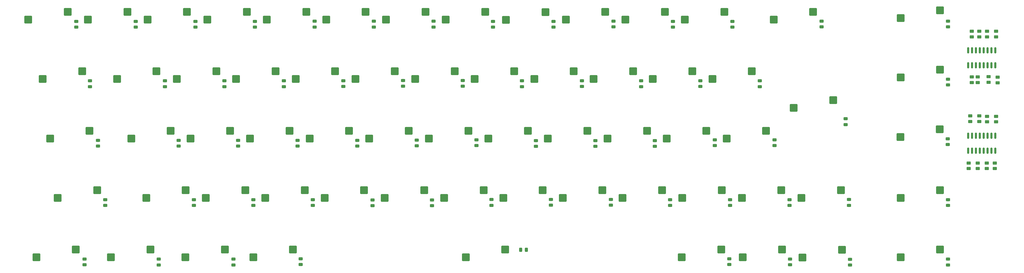
<source format=gbr>
%TF.GenerationSoftware,KiCad,Pcbnew,9.0.3*%
%TF.CreationDate,2025-09-09T09:23:43+09:00*%
%TF.ProjectId,Frekeys,4672656b-6579-4732-9e6b-696361645f70,rev?*%
%TF.SameCoordinates,Original*%
%TF.FileFunction,Paste,Bot*%
%TF.FilePolarity,Positive*%
%FSLAX46Y46*%
G04 Gerber Fmt 4.6, Leading zero omitted, Abs format (unit mm)*
G04 Created by KiCad (PCBNEW 9.0.3) date 2025-09-09 09:23:43*
%MOMM*%
%LPD*%
G01*
G04 APERTURE LIST*
G04 Aperture macros list*
%AMRoundRect*
0 Rectangle with rounded corners*
0 $1 Rounding radius*
0 $2 $3 $4 $5 $6 $7 $8 $9 X,Y pos of 4 corners*
0 Add a 4 corners polygon primitive as box body*
4,1,4,$2,$3,$4,$5,$6,$7,$8,$9,$2,$3,0*
0 Add four circle primitives for the rounded corners*
1,1,$1+$1,$2,$3*
1,1,$1+$1,$4,$5*
1,1,$1+$1,$6,$7*
1,1,$1+$1,$8,$9*
0 Add four rect primitives between the rounded corners*
20,1,$1+$1,$2,$3,$4,$5,0*
20,1,$1+$1,$4,$5,$6,$7,0*
20,1,$1+$1,$6,$7,$8,$9,0*
20,1,$1+$1,$8,$9,$2,$3,0*%
G04 Aperture macros list end*
%ADD10RoundRect,0.250000X-1.025000X-1.000000X1.025000X-1.000000X1.025000X1.000000X-1.025000X1.000000X0*%
%ADD11RoundRect,0.243750X0.456250X-0.243750X0.456250X0.243750X-0.456250X0.243750X-0.456250X-0.243750X0*%
%ADD12RoundRect,0.250000X0.450000X-0.262500X0.450000X0.262500X-0.450000X0.262500X-0.450000X-0.262500X0*%
%ADD13RoundRect,0.250000X-0.450000X0.262500X-0.450000X-0.262500X0.450000X-0.262500X0.450000X0.262500X0*%
%ADD14RoundRect,0.150000X-0.150000X0.825000X-0.150000X-0.825000X0.150000X-0.825000X0.150000X0.825000X0*%
%ADD15RoundRect,0.243750X-0.243750X-0.456250X0.243750X-0.456250X0.243750X0.456250X-0.243750X0.456250X0*%
G04 APERTURE END LIST*
D10*
%TO.C,SW65*%
X313400000Y-31500000D03*
X326327000Y-28960000D03*
%TD*%
%TO.C,SW21*%
X85860000Y-90500000D03*
X98787000Y-87960000D03*
%TD*%
%TO.C,SW8*%
X236860000Y-71000000D03*
X249787000Y-68460000D03*
%TD*%
%TO.C,SW58*%
X164440000Y-32000000D03*
X177367000Y-29460000D03*
%TD*%
%TO.C,SW12*%
X61440000Y-71000000D03*
X74367000Y-68460000D03*
%TD*%
%TO.C,SW18*%
X66780000Y-32000000D03*
X79707000Y-29460000D03*
%TD*%
%TO.C,SW22*%
X79195000Y-110000000D03*
X92122000Y-107460000D03*
%TD*%
%TO.C,SW64*%
X278415000Y-60960000D03*
X291342000Y-58420000D03*
%TD*%
%TO.C,SW39*%
X203780000Y-32000000D03*
X216707000Y-29460000D03*
%TD*%
%TO.C,SW40*%
X212860000Y-51500000D03*
X225787000Y-48960000D03*
%TD*%
%TO.C,SW32*%
X217415000Y-71062500D03*
X230342000Y-68522500D03*
%TD*%
%TO.C,SW9*%
X256445000Y-71040000D03*
X269372000Y-68500000D03*
%TD*%
%TO.C,SW19*%
X76360000Y-51500000D03*
X89287000Y-48960000D03*
%TD*%
%TO.C,SW49*%
X313320000Y-70500000D03*
X326247000Y-67960000D03*
%TD*%
%TO.C,SW13*%
X66360000Y-90500000D03*
X79287000Y-87960000D03*
%TD*%
%TO.C,SW11*%
X56780000Y-51500000D03*
X69707000Y-48960000D03*
%TD*%
%TO.C,SW54*%
X261670000Y-110000000D03*
X274597000Y-107460000D03*
%TD*%
%TO.C,SW29*%
X105360000Y-90500000D03*
X118287000Y-87960000D03*
%TD*%
%TO.C,SW59*%
X173940000Y-51500000D03*
X186867000Y-48960000D03*
%TD*%
%TO.C,SW53*%
X163940000Y-90500000D03*
X176867000Y-87960000D03*
%TD*%
%TO.C,SW17*%
X261440000Y-90500000D03*
X274367000Y-87960000D03*
%TD*%
%TO.C,SW25*%
X280940000Y-90500000D03*
X293867000Y-87960000D03*
%TD*%
%TO.C,SW63*%
X271835000Y-31960000D03*
X284762000Y-29420000D03*
%TD*%
%TO.C,SW34*%
X105860000Y-32000000D03*
X118787000Y-29460000D03*
%TD*%
%TO.C,SW2*%
X27725000Y-32000000D03*
X40652000Y-29460000D03*
%TD*%
%TO.C,SW52*%
X158940000Y-71000000D03*
X171867000Y-68460000D03*
%TD*%
%TO.C,SW7*%
X202780000Y-90500000D03*
X215707000Y-87960000D03*
%TD*%
%TO.C,SW42*%
X125280000Y-32000000D03*
X138207000Y-29460000D03*
%TD*%
%TO.C,SW24*%
X222360000Y-90500000D03*
X235287000Y-87960000D03*
%TD*%
%TO.C,SW43*%
X134860000Y-51500000D03*
X147787000Y-48960000D03*
%TD*%
%TO.C,SW61*%
X183280000Y-90500000D03*
X196207000Y-87960000D03*
%TD*%
%TO.C,SW6*%
X30360000Y-110000000D03*
X43287000Y-107460000D03*
%TD*%
%TO.C,SW20*%
X80860000Y-71000000D03*
X93787000Y-68460000D03*
%TD*%
%TO.C,SW44*%
X139360000Y-71000000D03*
X152287000Y-68460000D03*
%TD*%
%TO.C,SW3*%
X32440000Y-51500000D03*
X45367000Y-48960000D03*
%TD*%
%TO.C,SW50*%
X144860000Y-32000000D03*
X157787000Y-29460000D03*
%TD*%
%TO.C,SW23*%
X193440000Y-51500000D03*
X206367000Y-48960000D03*
%TD*%
%TO.C,SW55*%
X242780000Y-32000000D03*
X255707000Y-29460000D03*
%TD*%
%TO.C,SW47*%
X223280000Y-32000000D03*
X236207000Y-29460000D03*
%TD*%
%TO.C,SW38*%
X171000000Y-110000000D03*
X183927000Y-107460000D03*
%TD*%
%TO.C,SW36*%
X119860000Y-71000000D03*
X132787000Y-68460000D03*
%TD*%
%TO.C,SW30*%
X101440000Y-110000000D03*
X114367000Y-107460000D03*
%TD*%
%TO.C,SW26*%
X86360000Y-32000000D03*
X99287000Y-29460000D03*
%TD*%
%TO.C,SW10*%
X47280000Y-32000000D03*
X60207000Y-29460000D03*
%TD*%
%TO.C,SW60*%
X178440000Y-71000000D03*
X191367000Y-68460000D03*
%TD*%
%TO.C,SW35*%
X115280000Y-51500000D03*
X128207000Y-48960000D03*
%TD*%
%TO.C,SW27*%
X95780000Y-51500000D03*
X108707000Y-48960000D03*
%TD*%
%TO.C,SW51*%
X154440000Y-51500000D03*
X167367000Y-48960000D03*
%TD*%
%TO.C,SW16*%
X241940000Y-90500000D03*
X254867000Y-87960000D03*
%TD*%
%TO.C,SW14*%
X54780000Y-110000000D03*
X67707000Y-107460000D03*
%TD*%
%TO.C,SW41*%
X313400000Y-90500000D03*
X326327000Y-87960000D03*
%TD*%
%TO.C,SW33*%
X313400000Y-110000000D03*
X326327000Y-107460000D03*
%TD*%
%TO.C,SW56*%
X251780000Y-51500000D03*
X264707000Y-48960000D03*
%TD*%
%TO.C,SW48*%
X232280000Y-51500000D03*
X245207000Y-48960000D03*
%TD*%
%TO.C,SW5*%
X37335000Y-90460000D03*
X50262000Y-87920000D03*
%TD*%
%TO.C,SW57*%
X313400000Y-51000000D03*
X326327000Y-48460000D03*
%TD*%
%TO.C,SW31*%
X184170000Y-32040000D03*
X197097000Y-29500000D03*
%TD*%
%TO.C,SW45*%
X144440000Y-90500000D03*
X157367000Y-87960000D03*
%TD*%
%TO.C,SW15*%
X197860000Y-71040000D03*
X210787000Y-68500000D03*
%TD*%
%TO.C,SW28*%
X100360000Y-71000000D03*
X113287000Y-68460000D03*
%TD*%
%TO.C,SW46*%
X241750000Y-110000000D03*
X254677000Y-107460000D03*
%TD*%
%TO.C,SW4*%
X34860000Y-71000000D03*
X47787000Y-68460000D03*
%TD*%
%TO.C,SW62*%
X281255000Y-110040000D03*
X294182000Y-107500000D03*
%TD*%
%TO.C,SW37*%
X124780000Y-90500000D03*
X137707000Y-87960000D03*
%TD*%
D11*
%TO.C,D41*%
X140865000Y-34415000D03*
X140865000Y-32540000D03*
%TD*%
%TO.C,D25*%
X101945000Y-34477500D03*
X101945000Y-32602500D03*
%TD*%
D12*
%TO.C,R13*%
X339195000Y-65442500D03*
X339195000Y-63617500D03*
%TD*%
D11*
%TO.C,D22*%
X209025000Y-53947500D03*
X209025000Y-52072500D03*
%TD*%
%TO.C,D53*%
X277200000Y-112437500D03*
X277200000Y-110562500D03*
%TD*%
D13*
%TO.C,R5*%
X344245000Y-79030000D03*
X344245000Y-80855000D03*
%TD*%
D12*
%TO.C,R15*%
X341695000Y-37637500D03*
X341695000Y-35812500D03*
%TD*%
D11*
%TO.C,D5*%
X46160000Y-112450000D03*
X46160000Y-110575000D03*
%TD*%
D13*
%TO.C,R8*%
X338645000Y-79030000D03*
X338645000Y-80855000D03*
%TD*%
%TO.C,R18*%
X336695000Y-50812500D03*
X336695000Y-52637500D03*
%TD*%
D11*
%TO.C,D54*%
X258365000Y-34477500D03*
X258365000Y-32602500D03*
%TD*%
%TO.C,D47*%
X247810000Y-53915000D03*
X247810000Y-52040000D03*
%TD*%
%TO.C,D64*%
X328970000Y-34375000D03*
X328970000Y-32500000D03*
%TD*%
%TO.C,D43*%
X154930000Y-73397500D03*
X154930000Y-71522500D03*
%TD*%
%TO.C,D8*%
X272165000Y-73340000D03*
X272165000Y-71465000D03*
%TD*%
D12*
%TO.C,R14*%
X339195000Y-37637500D03*
X339195000Y-35812500D03*
%TD*%
D11*
%TO.C,D36*%
X140445000Y-93040000D03*
X140445000Y-91165000D03*
%TD*%
%TO.C,D17*%
X82445000Y-34477500D03*
X82445000Y-32602500D03*
%TD*%
%TO.C,D39*%
X228430000Y-53977500D03*
X228430000Y-52102500D03*
%TD*%
%TO.C,D21*%
X94945000Y-112477500D03*
X94945000Y-110602500D03*
%TD*%
%TO.C,D60*%
X198850000Y-92875000D03*
X198850000Y-91000000D03*
%TD*%
D13*
%TO.C,R19*%
X338695000Y-50812500D03*
X338695000Y-52637500D03*
%TD*%
D12*
%TO.C,R9*%
X341695000Y-65530000D03*
X341695000Y-63705000D03*
%TD*%
D11*
%TO.C,D11*%
X76945000Y-73477500D03*
X76945000Y-71602500D03*
%TD*%
%TO.C,D46*%
X238810000Y-34447500D03*
X238810000Y-32572500D03*
%TD*%
%TO.C,D23*%
X237945000Y-92977500D03*
X237945000Y-91102500D03*
%TD*%
%TO.C,D48*%
X328850000Y-72977500D03*
X328850000Y-71102500D03*
%TD*%
%TO.C,D33*%
X121485000Y-34415000D03*
X121485000Y-32540000D03*
%TD*%
%TO.C,D28*%
X120945000Y-92977500D03*
X120945000Y-91102500D03*
%TD*%
%TO.C,D50*%
X170025000Y-53875000D03*
X170025000Y-52000000D03*
%TD*%
%TO.C,D42*%
X150445000Y-53875000D03*
X150445000Y-52000000D03*
%TD*%
%TO.C,D35*%
X135445000Y-73477500D03*
X135445000Y-71602500D03*
%TD*%
D12*
%TO.C,R6*%
X336195000Y-65442500D03*
X336195000Y-63617500D03*
%TD*%
D11*
%TO.C,D13*%
X70445000Y-112477500D03*
X70445000Y-110602500D03*
%TD*%
%TO.C,D27*%
X115945000Y-73477500D03*
X115945000Y-71602500D03*
%TD*%
%TO.C,D2*%
X47945000Y-53977500D03*
X47945000Y-52102500D03*
%TD*%
%TO.C,D59*%
X193945000Y-73540000D03*
X193945000Y-71665000D03*
%TD*%
%TO.C,D45*%
X257280000Y-112375000D03*
X257280000Y-110500000D03*
%TD*%
%TO.C,D24*%
X296525000Y-92915000D03*
X296525000Y-91040000D03*
%TD*%
D13*
%TO.C,R12*%
X345195000Y-50900000D03*
X345195000Y-52725000D03*
%TD*%
D11*
%TO.C,D31*%
X232945000Y-73540000D03*
X232945000Y-71665000D03*
%TD*%
%TO.C,D51*%
X174510000Y-73335000D03*
X174510000Y-71460000D03*
%TD*%
%TO.C,D12*%
X81945000Y-92977500D03*
X81945000Y-91102500D03*
%TD*%
%TO.C,D18*%
X91945000Y-53977500D03*
X91945000Y-52102500D03*
%TD*%
%TO.C,D63*%
X295445000Y-66415000D03*
X295445000Y-64540000D03*
%TD*%
%TO.C,D58*%
X189445000Y-53977500D03*
X189445000Y-52102500D03*
%TD*%
%TO.C,D62*%
X287510000Y-34407500D03*
X287510000Y-32532500D03*
%TD*%
%TO.C,D56*%
X328930000Y-53415000D03*
X328930000Y-51540000D03*
%TD*%
%TO.C,D49*%
X160445000Y-34415000D03*
X160445000Y-32540000D03*
%TD*%
%TO.C,D32*%
X328930000Y-112477500D03*
X328930000Y-110602500D03*
%TD*%
D12*
%TO.C,R17*%
X336695000Y-37637500D03*
X336695000Y-35812500D03*
%TD*%
D13*
%TO.C,R10*%
X341595000Y-79030000D03*
X341595000Y-80855000D03*
%TD*%
D11*
%TO.C,D19*%
X96445000Y-73477500D03*
X96445000Y-71602500D03*
%TD*%
%TO.C,D44*%
X159945000Y-93040000D03*
X159945000Y-91165000D03*
%TD*%
%TO.C,D16*%
X277065000Y-92977500D03*
X277065000Y-91102500D03*
%TD*%
D13*
%TO.C,R7*%
X335695000Y-79030000D03*
X335695000Y-80855000D03*
%TD*%
D14*
%TO.C,U3*%
X335560000Y-42065000D03*
X336830000Y-42065000D03*
X338100000Y-42065000D03*
X339370000Y-42065000D03*
X340640000Y-42065000D03*
X341910000Y-42065000D03*
X343180000Y-42065000D03*
X344450000Y-42065000D03*
X344450000Y-47015000D03*
X343180000Y-47015000D03*
X341910000Y-47015000D03*
X340640000Y-47015000D03*
X339370000Y-47015000D03*
X338100000Y-47015000D03*
X336830000Y-47015000D03*
X335560000Y-47015000D03*
%TD*%
D11*
%TO.C,D14*%
X213485000Y-73567500D03*
X213485000Y-71692500D03*
%TD*%
%TO.C,D52*%
X179445000Y-92915000D03*
X179445000Y-91040000D03*
%TD*%
%TO.C,D3*%
X50580000Y-73487500D03*
X50580000Y-71612500D03*
%TD*%
%TO.C,D7*%
X252580000Y-73350000D03*
X252580000Y-71475000D03*
%TD*%
D13*
%TO.C,R20*%
X342195000Y-50725000D03*
X342195000Y-52550000D03*
%TD*%
D12*
%TO.C,R16*%
X344695000Y-37637500D03*
X344695000Y-35812500D03*
%TD*%
D11*
%TO.C,D29*%
X116970000Y-112375000D03*
X116970000Y-110500000D03*
%TD*%
%TO.C,D4*%
X52945000Y-92977500D03*
X52945000Y-91102500D03*
%TD*%
%TO.C,D1*%
X43445000Y-34477500D03*
X43445000Y-32602500D03*
%TD*%
%TO.C,D6*%
X218500000Y-92900000D03*
X218500000Y-91025000D03*
%TD*%
%TO.C,D20*%
X101445000Y-92977500D03*
X101445000Y-91102500D03*
%TD*%
D15*
%TO.C,D37*%
X188982500Y-107500000D03*
X190857500Y-107500000D03*
%TD*%
D11*
%TO.C,D55*%
X267310000Y-53977500D03*
X267310000Y-52102500D03*
%TD*%
%TO.C,D15*%
X257565000Y-92977500D03*
X257565000Y-91102500D03*
%TD*%
D14*
%TO.C,U4*%
X335560000Y-70065000D03*
X336830000Y-70065000D03*
X338100000Y-70065000D03*
X339370000Y-70065000D03*
X340640000Y-70065000D03*
X341910000Y-70065000D03*
X343180000Y-70065000D03*
X344450000Y-70065000D03*
X344450000Y-75015000D03*
X343180000Y-75015000D03*
X341910000Y-75015000D03*
X340640000Y-75015000D03*
X339370000Y-75015000D03*
X338100000Y-75015000D03*
X336830000Y-75015000D03*
X335560000Y-75015000D03*
%TD*%
D11*
%TO.C,D26*%
X111445000Y-53977500D03*
X111445000Y-52102500D03*
%TD*%
%TO.C,D57*%
X179945000Y-34477500D03*
X179945000Y-32602500D03*
%TD*%
%TO.C,D9*%
X62945000Y-34477500D03*
X62945000Y-32602500D03*
%TD*%
%TO.C,D10*%
X72445000Y-53977500D03*
X72445000Y-52102500D03*
%TD*%
%TO.C,D61*%
X296840000Y-112517500D03*
X296840000Y-110642500D03*
%TD*%
%TO.C,D38*%
X219350000Y-34385000D03*
X219350000Y-32510000D03*
%TD*%
%TO.C,D40*%
X328970000Y-92977500D03*
X328970000Y-91102500D03*
%TD*%
%TO.C,D30*%
X199700000Y-34425000D03*
X199700000Y-32550000D03*
%TD*%
%TO.C,D34*%
X130905000Y-53937500D03*
X130905000Y-52062500D03*
%TD*%
D12*
%TO.C,R11*%
X344645000Y-65530000D03*
X344645000Y-63705000D03*
%TD*%
M02*

</source>
